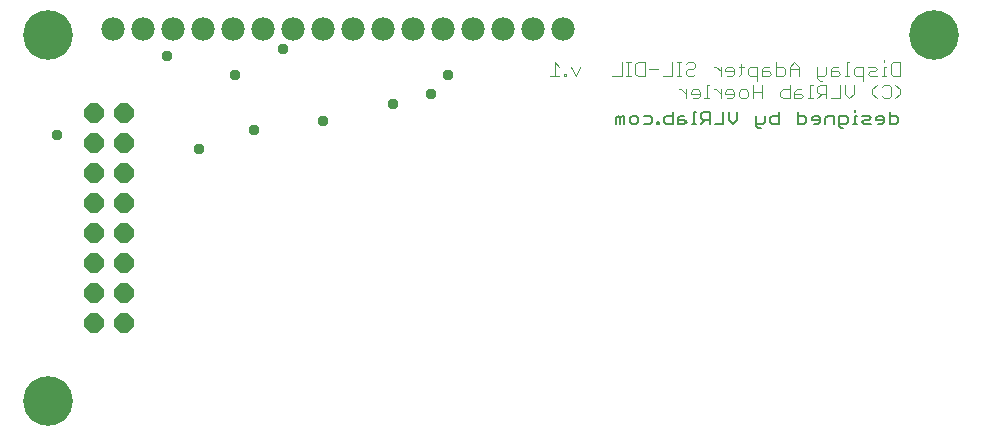
<source format=gbs>
G75*
G70*
%OFA0B0*%
%FSLAX24Y24*%
%IPPOS*%
%LPD*%
%AMOC8*
5,1,8,0,0,1.08239X$1,22.5*
%
%ADD10C,0.0780*%
%ADD11OC8,0.0640*%
%ADD12C,0.1655*%
%ADD13C,0.0080*%
%ADD14C,0.0040*%
%ADD15C,0.0370*%
D10*
X003559Y013797D03*
X004559Y013797D03*
X005559Y013797D03*
X006559Y013797D03*
X007559Y013797D03*
X008559Y013797D03*
X009559Y013797D03*
X010559Y013797D03*
X011559Y013797D03*
X012559Y013797D03*
X013559Y013797D03*
X014559Y013797D03*
X015559Y013797D03*
X016559Y013797D03*
X017559Y013797D03*
X018559Y013797D03*
D11*
X003910Y010988D03*
X002910Y010988D03*
X002910Y009988D03*
X003910Y009988D03*
X003910Y008988D03*
X002910Y008988D03*
X002910Y007988D03*
X003910Y007988D03*
X003910Y006988D03*
X002910Y006988D03*
X002910Y005988D03*
X003910Y005988D03*
X003910Y004988D03*
X002910Y004988D03*
X002910Y003988D03*
X003910Y003988D03*
D12*
X001399Y001399D03*
X001399Y013604D03*
X030927Y013604D03*
D13*
X028284Y011105D02*
X028284Y011035D01*
X028284Y010895D02*
X028284Y010615D01*
X028354Y010615D02*
X028214Y010615D01*
X028047Y010685D02*
X027977Y010615D01*
X027767Y010615D01*
X027767Y010545D02*
X027767Y010895D01*
X027977Y010895D01*
X028047Y010825D01*
X028047Y010685D01*
X027837Y010475D02*
X027767Y010545D01*
X027837Y010475D02*
X027907Y010475D01*
X027586Y010615D02*
X027586Y010895D01*
X027376Y010895D01*
X027306Y010825D01*
X027306Y010615D01*
X027126Y010685D02*
X027126Y010825D01*
X027056Y010895D01*
X026916Y010895D01*
X026846Y010825D01*
X026846Y010755D01*
X027126Y010755D01*
X027126Y010685D02*
X027056Y010615D01*
X026916Y010615D01*
X026666Y010685D02*
X026666Y010825D01*
X026596Y010895D01*
X026385Y010895D01*
X026385Y011035D02*
X026385Y010615D01*
X026596Y010615D01*
X026666Y010685D01*
X025745Y010615D02*
X025535Y010615D01*
X025465Y010685D01*
X025465Y010825D01*
X025535Y010895D01*
X025745Y010895D01*
X025745Y011035D02*
X025745Y010615D01*
X025285Y010685D02*
X025214Y010615D01*
X025004Y010615D01*
X025004Y010545D02*
X025074Y010475D01*
X025144Y010475D01*
X025004Y010545D02*
X025004Y010895D01*
X025285Y010895D02*
X025285Y010685D01*
X024364Y010755D02*
X024224Y010615D01*
X024083Y010755D01*
X024083Y011035D01*
X023903Y011035D02*
X023903Y010615D01*
X023623Y010615D01*
X023443Y010615D02*
X023443Y011035D01*
X023233Y011035D01*
X023163Y010965D01*
X023163Y010825D01*
X023233Y010755D01*
X023443Y010755D01*
X023303Y010755D02*
X023163Y010615D01*
X022983Y010615D02*
X022842Y010615D01*
X022912Y010615D02*
X022912Y011035D01*
X022983Y011035D01*
X022606Y010895D02*
X022465Y010895D01*
X022395Y010825D01*
X022395Y010615D01*
X022606Y010615D01*
X022676Y010685D01*
X022606Y010755D01*
X022395Y010755D01*
X022215Y010615D02*
X022005Y010615D01*
X021935Y010685D01*
X021935Y010825D01*
X022005Y010895D01*
X022215Y010895D01*
X022215Y011035D02*
X022215Y010615D01*
X021755Y010615D02*
X021755Y010685D01*
X021685Y010685D01*
X021685Y010615D01*
X021755Y010615D01*
X021525Y010685D02*
X021455Y010615D01*
X021244Y010615D01*
X021064Y010685D02*
X020994Y010615D01*
X020854Y010615D01*
X020784Y010685D01*
X020784Y010825D01*
X020854Y010895D01*
X020994Y010895D01*
X021064Y010825D01*
X021064Y010685D01*
X021244Y010895D02*
X021455Y010895D01*
X021525Y010825D01*
X021525Y010685D01*
X020604Y010615D02*
X020604Y010895D01*
X020534Y010895D01*
X020464Y010825D01*
X020394Y010895D01*
X020324Y010825D01*
X020324Y010615D01*
X020464Y010615D02*
X020464Y010825D01*
X024364Y010755D02*
X024364Y011035D01*
X028284Y010895D02*
X028354Y010895D01*
X028534Y010895D02*
X028744Y010895D01*
X028814Y010825D01*
X028744Y010755D01*
X028604Y010755D01*
X028534Y010685D01*
X028604Y010615D01*
X028814Y010615D01*
X028994Y010755D02*
X029275Y010755D01*
X029275Y010685D02*
X029275Y010825D01*
X029205Y010895D01*
X029064Y010895D01*
X028994Y010825D01*
X028994Y010755D01*
X029064Y010615D02*
X029205Y010615D01*
X029275Y010685D01*
X029455Y010615D02*
X029665Y010615D01*
X029735Y010685D01*
X029735Y010825D01*
X029665Y010895D01*
X029455Y010895D01*
X029455Y011035D02*
X029455Y010615D01*
D14*
X029411Y011475D02*
X029258Y011475D01*
X029181Y011552D01*
X029028Y011475D02*
X028874Y011628D01*
X028874Y011782D01*
X029028Y011935D01*
X029181Y011859D02*
X029258Y011935D01*
X029411Y011935D01*
X029488Y011859D01*
X029488Y011552D01*
X029411Y011475D01*
X029641Y011475D02*
X029795Y011628D01*
X029795Y011782D01*
X029641Y011935D01*
X029565Y012225D02*
X029488Y012302D01*
X029488Y012609D01*
X029565Y012685D01*
X029795Y012685D01*
X029795Y012225D01*
X029565Y012225D01*
X029335Y012225D02*
X029181Y012225D01*
X029258Y012225D02*
X029258Y012532D01*
X029335Y012532D01*
X029258Y012685D02*
X029258Y012762D01*
X029028Y012455D02*
X028951Y012532D01*
X028721Y012532D01*
X028567Y012532D02*
X028337Y012532D01*
X028260Y012455D01*
X028260Y012302D01*
X028337Y012225D01*
X028567Y012225D01*
X028567Y012071D02*
X028567Y012532D01*
X028721Y012302D02*
X028797Y012378D01*
X028951Y012378D01*
X029028Y012455D01*
X029028Y012225D02*
X028797Y012225D01*
X028721Y012302D01*
X028260Y011935D02*
X028260Y011628D01*
X028107Y011475D01*
X027953Y011628D01*
X027953Y011935D01*
X027800Y011935D02*
X027800Y011475D01*
X027493Y011475D01*
X027340Y011475D02*
X027340Y011935D01*
X027109Y011935D01*
X027033Y011859D01*
X027033Y011705D01*
X027109Y011628D01*
X027340Y011628D01*
X027186Y011628D02*
X027033Y011475D01*
X026879Y011475D02*
X026726Y011475D01*
X026802Y011475D02*
X026802Y011935D01*
X026879Y011935D01*
X027033Y012148D02*
X027109Y012071D01*
X027186Y012071D01*
X027033Y012148D02*
X027033Y012532D01*
X027340Y012532D02*
X027340Y012302D01*
X027263Y012225D01*
X027033Y012225D01*
X027493Y012225D02*
X027493Y012455D01*
X027570Y012532D01*
X027723Y012532D01*
X027723Y012378D02*
X027493Y012378D01*
X027493Y012225D02*
X027723Y012225D01*
X027800Y012302D01*
X027723Y012378D01*
X027953Y012225D02*
X028107Y012225D01*
X028030Y012225D02*
X028030Y012685D01*
X028107Y012685D01*
X026419Y012532D02*
X026419Y012225D01*
X026112Y012225D02*
X026112Y012532D01*
X026265Y012685D01*
X026419Y012532D01*
X026419Y012455D02*
X026112Y012455D01*
X025958Y012455D02*
X025882Y012532D01*
X025651Y012532D01*
X025651Y012685D02*
X025651Y012225D01*
X025882Y012225D01*
X025958Y012302D01*
X025958Y012455D01*
X025498Y012302D02*
X025421Y012378D01*
X025191Y012378D01*
X025191Y012455D02*
X025191Y012225D01*
X025421Y012225D01*
X025498Y012302D01*
X025038Y012225D02*
X024807Y012225D01*
X024731Y012302D01*
X024731Y012455D01*
X024807Y012532D01*
X025038Y012532D01*
X025038Y012071D01*
X025191Y011935D02*
X025191Y011475D01*
X024884Y011475D02*
X024884Y011935D01*
X024884Y011705D02*
X025191Y011705D01*
X024731Y011705D02*
X024731Y011552D01*
X024654Y011475D01*
X024500Y011475D01*
X024424Y011552D01*
X024424Y011705D01*
X024500Y011782D01*
X024654Y011782D01*
X024731Y011705D01*
X024270Y011705D02*
X024194Y011782D01*
X024040Y011782D01*
X023963Y011705D01*
X023963Y011628D01*
X024270Y011628D01*
X024270Y011552D02*
X024194Y011475D01*
X024040Y011475D01*
X023810Y011475D02*
X023810Y011782D01*
X023810Y011628D02*
X023656Y011782D01*
X023580Y011782D01*
X023426Y011935D02*
X023349Y011935D01*
X023349Y011475D01*
X023273Y011475D02*
X023426Y011475D01*
X023119Y011552D02*
X023119Y011705D01*
X023043Y011782D01*
X022889Y011782D01*
X022812Y011705D01*
X022812Y011628D01*
X023119Y011628D01*
X023119Y011552D02*
X023043Y011475D01*
X022889Y011475D01*
X022659Y011475D02*
X022659Y011782D01*
X022659Y011628D02*
X022505Y011782D01*
X022429Y011782D01*
X022429Y012225D02*
X022429Y012685D01*
X022505Y012685D02*
X022352Y012685D01*
X022198Y012685D02*
X022198Y012225D01*
X021892Y012225D01*
X021738Y012455D02*
X021431Y012455D01*
X021278Y012685D02*
X021278Y012225D01*
X021048Y012225D01*
X020971Y012302D01*
X020971Y012609D01*
X021048Y012685D01*
X021278Y012685D01*
X020817Y012685D02*
X020664Y012685D01*
X020741Y012685D02*
X020741Y012225D01*
X020817Y012225D02*
X020664Y012225D01*
X020510Y012225D02*
X020203Y012225D01*
X020510Y012225D02*
X020510Y012685D01*
X019129Y012532D02*
X018976Y012225D01*
X018822Y012532D01*
X018439Y012532D02*
X018285Y012685D01*
X018285Y012225D01*
X018132Y012225D02*
X018439Y012225D01*
X018592Y012225D02*
X018669Y012225D01*
X018669Y012302D01*
X018592Y012302D01*
X018592Y012225D01*
X022352Y012225D02*
X022505Y012225D01*
X022659Y012302D02*
X022659Y012378D01*
X022736Y012455D01*
X022889Y012455D01*
X022966Y012532D01*
X022966Y012609D01*
X022889Y012685D01*
X022736Y012685D01*
X022659Y012609D01*
X023580Y012532D02*
X023656Y012532D01*
X023810Y012378D01*
X023810Y012225D02*
X023810Y012532D01*
X023963Y012455D02*
X023963Y012378D01*
X024270Y012378D01*
X024270Y012302D02*
X024194Y012225D01*
X024040Y012225D01*
X024270Y012302D02*
X024270Y012455D01*
X024194Y012532D01*
X024040Y012532D01*
X023963Y012455D01*
X024424Y012532D02*
X024577Y012532D01*
X024500Y012609D02*
X024500Y012302D01*
X024424Y012225D01*
X025191Y012455D02*
X025268Y012532D01*
X025421Y012532D01*
X026112Y011935D02*
X026112Y011475D01*
X025882Y011475D01*
X025805Y011552D01*
X025805Y011705D01*
X025882Y011782D01*
X026112Y011782D01*
X026265Y011705D02*
X026265Y011475D01*
X026495Y011475D01*
X026572Y011552D01*
X026495Y011628D01*
X026265Y011628D01*
X026265Y011705D02*
X026342Y011782D01*
X026495Y011782D01*
X024270Y011705D02*
X024270Y011552D01*
X022966Y012302D02*
X022889Y012225D01*
X022736Y012225D01*
X022659Y012302D01*
D15*
X014735Y012255D03*
X014175Y011615D03*
X012895Y011295D03*
X010575Y010735D03*
X008255Y010415D03*
X006415Y009775D03*
X001695Y010255D03*
X005375Y012895D03*
X007615Y012255D03*
X009215Y013135D03*
M02*

</source>
